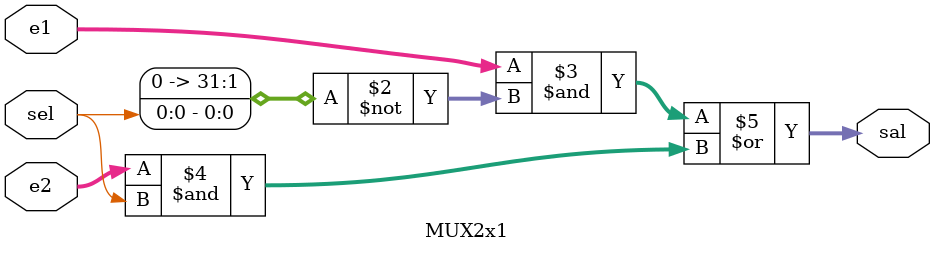
<source format=v>
module MUX2x1(
    input wire [31:0] e1, e2,
    input wire sel,
    output [31:0] sal
);

assign sal = (e1&~sel) | (e2&sel);

endmodule
</source>
